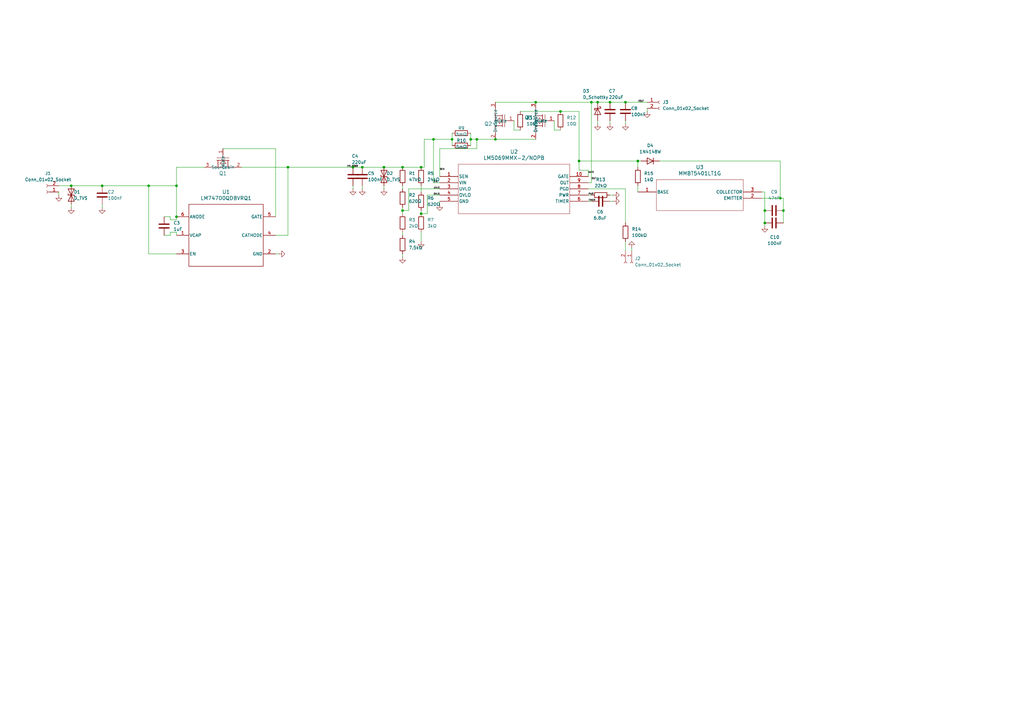
<source format=kicad_sch>
(kicad_sch (version 20250114) (generator "eeschema") (generator_version "9.0")
  (paper "A3")
  (title_block (title "Protection circuits") (date "2026-02-21") (rev "B") (comment 1 "Voltage rating checked"))
  (lib_symbols
    (symbol "Connector:Conn_01x02_Socket" (pin_names (offset 1.016) (hide yes))
      (property "Reference" "J" (at 0 2.54 0))
      (property "Value" "Conn_01x02_Socket" (at 0 -5.08 0))
      (symbol "Conn_01x02_Socket_1_1"
        (polyline (pts (xy -1.27 0) (xy -0.508 0)) (stroke (width 0.1524)))
        (polyline (pts (xy -1.27 -2.54) (xy -0.508 -2.54)) (stroke (width 0.1524)))
        (arc (start 0 -0.508) (mid -0.5058 0) (end 0 0.508) (stroke (width 0.1524)))
        (arc (start 0 -3.048) (mid -0.5058 -2.54) (end 0 -2.032) (stroke (width 0.1524)))
        (pin passive line (at -5.08 0 0) (length 3.81) (name "Pin_1") (number "1"))
        (pin passive line (at -5.08 -2.54 0) (length 3.81) (name "Pin_2") (number "2"))
      )
    )
    (symbol "Device:C" (pin_numbers (hide yes)) (pin_names (offset 0.254))
      (property "Reference" "C" (at 0.635 2.54 0))
      (property "Value" "C" (at 0.635 -2.54 0))
      (symbol "C_0_1"
        (polyline (pts (xy -2.032 0.762) (xy 2.032 0.762)) (stroke (width 0.508)))
        (polyline (pts (xy -2.032 -0.762) (xy 2.032 -0.762)) (stroke (width 0.508)))
      )
      (symbol "C_1_1"
        (pin passive line (at 0 3.81 270) (length 2.794) (name "~") (number "1"))
        (pin passive line (at 0 -3.81 90) (length 2.794) (name "~") (number "2"))
      )
    )
    (symbol "Device:D_Schottky" (pin_numbers (hide yes)) (pin_names (offset 1.016) (hide yes))
      (property "Reference" "D" (at 0 2.54 0))
      (property "Value" "D_Schottky" (at 0 -2.54 0))
      (symbol "D_Schottky_0_1"
        (polyline (pts (xy -1.905 0.635) (xy -1.905 1.27) (xy -1.27 1.27) (xy -1.27 -1.27) (xy -0.635 -1.27) (xy -0.635 -0.635)) (stroke (width 0.254)))
        (polyline (pts (xy 1.27 1.27) (xy 1.27 -1.27) (xy -1.27 0) (xy 1.27 1.27)) (stroke (width 0.254)))
        (polyline (pts (xy 1.27 0) (xy -1.27 0)))
      )
      (symbol "D_Schottky_1_1"
        (pin passive line (at -3.81 0 0) (length 2.54) (name "K") (number "1"))
        (pin passive line (at 3.81 0 180) (length 2.54) (name "A") (number "2"))
      )
    )
    (symbol "Device:D_TVS" (pin_numbers (hide yes)) (pin_names (offset 1.016) (hide yes))
      (property "Reference" "D" (at 0 2.54 0))
      (property "Value" "D_TVS" (at 0 -2.54 0))
      (symbol "D_TVS_0_1"
        (polyline (pts (xy -2.54 1.27) (xy -2.54 -1.27) (xy 2.54 1.27) (xy 2.54 -1.27) (xy -2.54 1.27)) (stroke (width 0.254)))
        (polyline (pts (xy 0.508 1.27) (xy 0 1.27) (xy 0 -1.27) (xy -0.508 -1.27)) (stroke (width 0.254)))
        (polyline (pts (xy 1.27 0) (xy -1.27 0)))
      )
      (symbol "D_TVS_1_1"
        (pin passive line (at -3.81 0 0) (length 2.54) (name "A1") (number "1"))
        (pin passive line (at 3.81 0 180) (length 2.54) (name "A2") (number "2"))
      )
    )
    (symbol "Device:R" (pin_numbers (hide yes)) (pin_names (offset 0))
      (property "Reference" "R" (at 2.032 0 90))
      (property "Value" "R" (at 0 0 90))
      (symbol "R_0_1"
        (rectangle (start -1.016 -2.54) (end 1.016 2.54) (stroke (width 0.254)))
      )
      (symbol "R_1_1"
        (pin passive line (at 0 3.81 270) (length 1.27) (name "~") (number "1"))
        (pin passive line (at 0 -3.81 90) (length 1.27) (name "~") (number "2"))
      )
    )
    (symbol "Diode:1N4148W" (pin_numbers (hide yes)) (pin_names (hide yes))
      (property "Reference" "D" (at 0 2.54 0))
      (property "Value" "1N4148W" (at 0 -2.54 0))
      (symbol "1N4148W_0_1"
        (polyline (pts (xy -1.27 1.27) (xy -1.27 -1.27)) (stroke (width 0.254)))
        (polyline (pts (xy 1.27 1.27) (xy 1.27 -1.27) (xy -1.27 0) (xy 1.27 1.27)) (stroke (width 0.254)))
        (polyline (pts (xy 1.27 0) (xy -1.27 0)))
      )
      (symbol "1N4148W_1_1"
        (pin passive line (at -3.81 0 0) (length 2.54) (name "K") (number "1"))
        (pin passive line (at 3.81 0 180) (length 2.54) (name "A") (number "2"))
      )
    )
    (symbol "Protection_Library:CSD19536KTT" (pin_names (offset 0.254))
      (property "Value" "CSD19536KTT" (at 0 0 0))
      (symbol "CSD19536KTT_1_1"
        (polyline (pts (xy -3.81 0) (xy -1.27 0)) (stroke (width 0.1524)))
        (polyline (pts (xy -1.27 0) (xy 0 0)) (stroke (width 0.1524)))
        (polyline (pts (xy 0 -2.54) (xy 0 2.54)) (stroke (width 0.1524)))
        (polyline (pts (xy 1.016 2.54) (xy 1.016 -2.54)) (stroke (width 0.1524)))
        (polyline (pts (xy 1.016 2.54) (xy 1.016 -2.54)) (stroke (width 0.1524)))
        (polyline (pts (xy 1.016 0) (xy 2.286 1.27)) (stroke (width 0.1524)))
        (polyline (pts (xy 1.016 -2.032) (xy 3.81 -2.032)) (stroke (width 0.1524)))
        (polyline (pts (xy 1.27 -2.032) (xy 3.556 -2.032)) (stroke (width 0.1524)))
        (polyline (pts (xy 2.286 1.27) (xy 2.286 -1.27)) (stroke (width 0.1524)))
        (polyline (pts (xy 2.286 0) (xy 3.81 0)) (stroke (width 0.1524)))
        (polyline (pts (xy 2.286 -1.27) (xy 1.016 0)) (stroke (width 0.1524)))
        (polyline (pts (xy 2.794 0) (xy 3.81 0)) (stroke (width 0.1524)))
        (polyline (pts (xy 3.81 7.62) (xy 3.81 5.08)) (stroke (width 0.1524)))
        (polyline (pts (xy 3.81 5.08) (xy 3.81 2.54)) (stroke (width 0.1524)))
        (polyline (pts (xy 3.81 2.54) (xy 3.81 2.032)) (stroke (width 0.1524)))
        (polyline (pts (xy 3.81 2.54) (xy 3.81 2.032)) (stroke (width 0.1524)))
        (polyline (pts (xy 3.81 2.032) (xy 1.016 2.032)) (stroke (width 0.1524)))
        (polyline (pts (xy 3.81 2.032) (xy 1.27 2.032)) (stroke (width 0.1524)))
        (polyline (pts (xy 3.81 0) (xy 3.81 -2.54)) (stroke (width 0.1524)))
        (polyline (pts (xy 3.81 0) (xy 3.81 -2.54)) (stroke (width 0.1524)))
        (polyline (pts (xy 3.81 -2.54) (xy 3.81 -5.08)) (stroke (width 0.1524)))
        (polyline (pts (xy 3.81 -7.62) (xy 3.81 -5.08)) (stroke (width 0.1524)))
        (pin unspecified line (at -3.81 0 0) (length 2.54) (name "Gate") (number "1"))
        (pin unspecified line (at 3.81 7.62 270) (length 2.54) (name "Drain") (number "2"))
        (pin unspecified line (at 3.81 -7.62 90) (length 2.54) (name "Source") (number "3"))
      )
    )
    (symbol "Protection_Library:LM5069MM-1_NOPB" (pin_names (offset 0.254))
      (property "Value" "LM5069MM-1/NOPB" (at 30.48 7.62 0))
      (symbol "LM5069MM-1_NOPB_0_1"
        (polyline (pts (xy 7.62 5.08) (xy 7.62 -15.24)) (stroke (width 0.127)))
        (polyline (pts (xy 7.62 -15.24) (xy 53.34 -15.24)) (stroke (width 0.127)))
        (polyline (pts (xy 53.34 5.08) (xy 7.62 5.08)) (stroke (width 0.127)))
        (polyline (pts (xy 53.34 -15.24) (xy 53.34 5.08)) (stroke (width 0.127)))
        (pin input line (at 0 0 0) (length 7.62) (name "SEN") (number "1"))
        (pin power_in line (at 0 -2.54 0) (length 7.62) (name "VIN") (number "2"))
        (pin input line (at 0 -5.08 0) (length 7.62) (name "UVLO") (number "3"))
        (pin input line (at 0 -7.62 0) (length 7.62) (name "OVLO") (number "4"))
        (pin power_in line (at 0 -10.16 0) (length 7.62) (name "GND") (number "5"))
        (pin output line (at 60.96 0 180) (length 7.62) (name "GATE") (number "10"))
        (pin output line (at 60.96 -2.54 180) (length 7.62) (name "OUT") (number "9"))
        (pin unspecified line (at 60.96 -5.08 180) (length 7.62) (name "PGD") (number "8"))
        (pin input line (at 60.96 -7.62 180) (length 7.62) (name "PWR") (number "7"))
        (pin input line (at 60.96 -10.16 180) (length 7.62) (name "TIMER") (number "6"))
      )
    )
    (symbol "Protection_Library:LM74700QDBVRQ1" (pin_names (offset 0.254))
      (property "Reference" "U" (at 0 2.54 0))
      (property "Value" "LM74700QDBVRQ1" (at 0 0 0))
      (symbol "LM74700QDBVRQ1_0_1"
        (polyline (pts (xy -15.24 12.7) (xy -15.24 -12.7)) (stroke (width 0.2032)))
        (polyline (pts (xy -15.24 -12.7) (xy 15.24 -12.7)) (stroke (width 0.2032)))
        (polyline (pts (xy 15.24 12.7) (xy -15.24 12.7)) (stroke (width 0.2032)))
        (polyline (pts (xy 15.24 -12.7) (xy 15.24 12.7)) (stroke (width 0.2032)))
        (pin input line (at -20.32 7.62 0) (length 5.08) (name "ANODE") (number "6"))
        (pin power_in line (at -20.32 0 0) (length 5.08) (name "VCAP") (number "1"))
        (pin input line (at -20.32 -7.62 0) (length 5.08) (name "EN") (number "3"))
        (pin output line (at 20.32 7.62 180) (length 5.08) (name "GATE") (number "5"))
        (pin power_in line (at 20.32 0 180) (length 5.08) (name "CATHODE") (number "4"))
        (pin unspecified line (at 20.32 -7.62 180) (length 5.08) (name "GND") (number "2"))
      )
    )
    (symbol "Protection_Library:MMBT5401LT1G" (pin_names (offset 0.254))
      (property "Reference" "U" (at 25.4 10.16 0))
      (property "Value" "MMBT5401LT1G" (at 25.4 7.62 0))
      (symbol "MMBT5401LT1G_0_1"
        (polyline (pts (xy 7.62 5.08) (xy 7.62 -7.62)) (stroke (width 0.127)))
        (polyline (pts (xy 7.62 -7.62) (xy 43.18 -7.62)) (stroke (width 0.127)))
        (polyline (pts (xy 43.18 5.08) (xy 7.62 5.08)) (stroke (width 0.127)))
        (polyline (pts (xy 43.18 -7.62) (xy 43.18 5.08)) (stroke (width 0.127)))
        (pin unspecified line (at 0 0 0) (length 7.62) (name "BASE") (number "1"))
        (pin unspecified line (at 50.8 0 180) (length 7.62) (name "COLLECTOR") (number "3"))
        (pin unspecified line (at 50.8 -2.54 180) (length 7.62) (name "EMITTER") (number "2"))
      )
    )
    (symbol "power:GND" (power) (pin_numbers (hide yes)) (pin_names (offset 0) (hide yes))
      (property "Value" "GND" (at 0 -3.81 0))
      (symbol "GND_0_1"
        (polyline (pts (xy 0 0) (xy 0 -1.27) (xy 1.27 -1.27) (xy 0 -2.54) (xy -1.27 -1.27) (xy 0 -1.27)))
      )
      (symbol "GND_1_1"
        (pin power_in line (at 0 0 270) (length 0) (name "~") (number "1"))
      )
    )
  )
  (junction (at 72.39 88.9))
  (junction (at 229.87 45.72))
  (junction (at 237.49 66.04))
  (junction (at 148.59 68.58))
  (junction (at 172.72 68.58))
  (junction (at 165.1 68.58))
  (junction (at 144.78 68.58))
  (junction (at 172.72 87.63))
  (junction (at 29.21 76.2))
  (junction (at 320.04 81.28))
  (junction (at 193.04 57.15))
  (junction (at 219.71 41.91))
  (junction (at 203.2 57.15))
  (junction (at 177.8 57.15))
  (junction (at 313.69 86.36))
  (junction (at 313.69 91.44))
  (junction (at 256.54 41.91))
  (junction (at 245.11 41.91))
  (junction (at 250.19 41.91))
  (junction (at 242.57 41.91))
  (junction (at 118.11 68.58))
  (junction (at 261.62 66.04))
  (junction (at 185.42 57.15))
  (junction (at 41.91 76.2))
  (junction (at 72.39 76.2))
  (junction (at 195.58 57.15))
  (junction (at 321.31 86.36))
  (junction (at 165.1 86.36))
  (junction (at 60.96 76.2))
  (junction (at 157.48 68.58))
  (wire (pts (xy 242.57 41.91) (xy 242.57 74.93)))
  (wire (pts (xy 24.13 76.2) (xy 29.21 76.2)))
  (wire (pts (xy 261.62 66.04) (xy 262.89 66.04)))
  (wire (pts (xy 60.96 104.14) (xy 72.39 104.14)))
  (wire (pts (xy 237.49 45.72) (xy 237.49 66.04)))
  (wire (pts (xy 229.87 45.72) (xy 237.49 45.72)))
  (wire (pts (xy 172.72 68.58) (xy 173.99 68.58)))
  (wire (pts (xy 265.43 44.45) (xy 265.43 45.72)))
  (wire (pts (xy 41.91 83.82) (xy 41.91 85.09)))
  (wire (pts (xy 320.04 66.04) (xy 320.04 81.28)))
  (wire (pts (xy 175.26 80.01) (xy 175.26 87.63)))
  (wire (pts (xy 245.11 49.53) (xy 245.11 50.8)))
  (wire (pts (xy 72.39 68.58) (xy 83.82 68.58)))
  (wire (pts (xy 185.42 57.15) (xy 185.42 59.69)))
  (wire (pts (xy 237.49 69.85) (xy 241.3 69.85)))
  (wire (pts (xy 113.03 104.14) (xy 114.3 104.14)))
  (wire (pts (xy 144.78 68.58) (xy 148.59 68.58)))
  (wire (pts (xy 185.42 54.61) (xy 185.42 57.15)))
  (wire (pts (xy 113.03 60.96) (xy 113.03 88.9)))
  (wire (pts (xy 320.04 81.28) (xy 321.31 81.28)))
  (wire (pts (xy 173.99 68.58) (xy 173.99 57.15)))
  (wire (pts (xy 29.21 76.2) (xy 41.91 76.2)))
  (wire (pts (xy 241.3 74.93) (xy 242.57 74.93)))
  (wire (pts (xy 227.33 53.34) (xy 229.87 53.34)))
  (wire (pts (xy 118.11 68.58) (xy 144.78 68.58)))
  (wire (pts (xy 213.36 45.72) (xy 229.87 45.72)))
  (wire (pts (xy 219.71 41.91) (xy 242.57 41.91)))
  (wire (pts (xy 180.34 80.01) (xy 175.26 80.01)))
  (wire (pts (xy 165.1 104.14) (xy 165.1 105.41)))
  (wire (pts (xy 165.1 76.2) (xy 165.1 77.47)))
  (wire (pts (xy 195.58 60.96) (xy 195.58 57.15)))
  (wire (pts (xy 242.57 41.91) (xy 245.11 41.91)))
  (wire (pts (xy 67.31 96.52) (xy 69.85 96.52)))
  (wire (pts (xy 180.34 72.39) (xy 180.34 60.96)))
  (wire (pts (xy 180.34 74.93) (xy 177.8 74.93)))
  (wire (pts (xy 256.54 49.53) (xy 256.54 50.8)))
  (wire (pts (xy 69.85 95.25) (xy 72.39 95.25)))
  (wire (pts (xy 172.72 95.25) (xy 172.72 99.06)))
  (wire (pts (xy 72.39 76.2) (xy 72.39 88.9)))
  (wire (pts (xy 250.19 41.91) (xy 256.54 41.91)))
  (wire (pts (xy 69.85 88.9) (xy 69.85 90.17)))
  (wire (pts (xy 177.8 57.15) (xy 177.8 74.93)))
  (wire (pts (xy 241.3 80.01) (xy 242.57 80.01)))
  (wire (pts (xy 320.04 81.28) (xy 312.42 81.28)))
  (wire (pts (xy 210.82 49.53) (xy 210.82 53.34)))
  (wire (pts (xy 69.85 96.52) (xy 69.85 95.25)))
  (wire (pts (xy 41.91 76.2) (xy 60.96 76.2)))
  (wire (pts (xy 67.31 88.9) (xy 69.85 88.9)))
  (wire (pts (xy 245.11 41.91) (xy 250.19 41.91)))
  (wire (pts (xy 256.54 77.47) (xy 256.54 91.44)))
  (wire (pts (xy 157.48 68.58) (xy 165.1 68.58)))
  (wire (pts (xy 24.13 78.74) (xy 24.13 80.01)))
  (wire (pts (xy 193.04 57.15) (xy 193.04 59.69)))
  (wire (pts (xy 180.34 82.55) (xy 180.34 83.82)))
  (wire (pts (xy 172.72 76.2) (xy 172.72 78.74)))
  (wire (pts (xy 256.54 41.91) (xy 265.43 41.91)))
  (wire (pts (xy 173.99 57.15) (xy 177.8 57.15)))
  (wire (pts (xy 177.8 57.15) (xy 185.42 57.15)))
  (wire (pts (xy 250.19 49.53) (xy 250.19 50.8)))
  (wire (pts (xy 270.51 66.04) (xy 320.04 66.04)))
  (wire (pts (xy 261.62 76.2) (xy 261.62 78.74)))
  (wire (pts (xy 72.39 95.25) (xy 72.39 96.52)))
  (wire (pts (xy 72.39 76.2) (xy 72.39 68.58)))
  (wire (pts (xy 256.54 99.06) (xy 256.54 102.87)))
  (wire (pts (xy 144.78 76.2) (xy 144.78 77.47)))
  (wire (pts (xy 148.59 68.58) (xy 157.48 68.58)))
  (wire (pts (xy 60.96 76.2) (xy 72.39 76.2)))
  (wire (pts (xy 165.1 86.36) (xy 165.1 85.09)))
  (wire (pts (xy 237.49 66.04) (xy 237.49 69.85)))
  (wire (pts (xy 227.33 49.53) (xy 227.33 53.34)))
  (wire (pts (xy 313.69 78.74) (xy 312.42 78.74)))
  (wire (pts (xy 60.96 76.2) (xy 60.96 104.14)))
  (wire (pts (xy 203.2 57.15) (xy 219.71 57.15)))
  (wire (pts (xy 241.3 77.47) (xy 256.54 77.47)))
  (wire (pts (xy 180.34 77.47) (xy 167.64 77.47)))
  (wire (pts (xy 313.69 91.44) (xy 313.69 92.71)))
  (wire (pts (xy 157.48 76.2) (xy 157.48 77.47)))
  (wire (pts (xy 148.59 76.2) (xy 148.59 77.47)))
  (wire (pts (xy 113.03 96.52) (xy 118.11 96.52)))
  (wire (pts (xy 193.04 57.15) (xy 195.58 57.15)))
  (wire (pts (xy 180.34 60.96) (xy 195.58 60.96)))
  (wire (pts (xy 193.04 54.61) (xy 193.04 57.15)))
  (wire (pts (xy 69.85 90.17) (xy 72.39 90.17)))
  (wire (pts (xy 172.72 86.36) (xy 172.72 87.63)))
  (wire (pts (xy 241.3 82.55) (xy 242.57 82.55)))
  (wire (pts (xy 167.64 77.47) (xy 167.64 86.36)))
  (wire (pts (xy 210.82 53.34) (xy 213.36 53.34)))
  (wire (pts (xy 259.08 102.87) (xy 259.08 101.6)))
  (wire (pts (xy 167.64 86.36) (xy 165.1 86.36)))
  (wire (pts (xy 203.2 41.91) (xy 219.71 41.91)))
  (wire (pts (xy 91.44 60.96) (xy 113.03 60.96)))
  (wire (pts (xy 250.19 80.01) (xy 251.46 80.01)))
  (wire (pts (xy 165.1 95.25) (xy 165.1 96.52)))
  (wire (pts (xy 313.69 86.36) (xy 313.69 91.44)))
  (wire (pts (xy 241.3 69.85) (xy 241.3 72.39)))
  (wire (pts (xy 118.11 68.58) (xy 118.11 96.52)))
  (wire (pts (xy 165.1 86.36) (xy 165.1 87.63)))
  (wire (pts (xy 313.69 86.36) (xy 313.69 78.74)))
  (wire (pts (xy 321.31 81.28) (xy 321.31 86.36)))
  (wire (pts (xy 261.62 66.04) (xy 261.62 68.58)))
  (wire (pts (xy 99.06 68.58) (xy 118.11 68.58)))
  (wire (pts (xy 195.58 57.15) (xy 203.2 57.15)))
  (wire (pts (xy 29.21 83.82) (xy 29.21 85.09)))
  (wire (pts (xy 72.39 88.9) (xy 72.39 90.17)))
  (wire (pts (xy 175.26 87.63) (xy 172.72 87.63)))
  (wire (pts (xy 165.1 68.58) (xy 172.72 68.58)))
  (wire (pts (xy 321.31 86.36) (xy 321.31 91.44)))
  (wire (pts (xy 237.49 66.04) (xy 261.62 66.04)))
  (wire (pts (xy 250.19 82.55) (xy 251.46 82.55)))
  (label "VIN_5069" (at 142.24 68.58 0) (effects (font (size 0.635 0.635))))
  (label "TIMER" (at 241.3 82.55 0) (effects (font (size 0.635 0.635))))
  (label "VIN" (at 177.8 74.93 0) (effects (font (size 0.635 0.635))))
  (label "PWR" (at 241.3 80.01 0) (effects (font (size 0.635 0.635))))
  (label "SEN" (at 180.34 69.85 0) (effects (font (size 0.635 0.635))))
  (label "VOUT" (at 261.62 41.91 0) (effects (font (size 0.635 0.635))))
  (label "UVLO" (at 177.8 77.47 0) (effects (font (size 0.635 0.635))))
  (label "GATE" (at 241.3 71.12 0) (effects (font (size 0.635 0.635))))
  (label "OVLO" (at 177.8 80.01 0) (effects (font (size 0.635 0.635))))
  (label "OUT" (at 242.57 73.66 0) (effects (font (size 0.635 0.635))))
  (symbol (lib_id "Device:R") (at 246.38 80.01 90) (unit 1)
    (property "Reference" "R13" (at 246.38 73.66 90))
    (property "Value" "22kΩ" (at 246.38 76.2 90))
    (property "Footprint" "Resistor_SMD:R_0603_1608Metric" (effects (hide yes)))
    (property "Description" "Resistor" (effects (hide yes)))
    (property "JPCPCB part number" "C31850" (effects (hide yes)))
  )
  (symbol (lib_id "Device:C") (at 67.31 92.71 0) (unit 1)
    (property "Reference" "C3" (at 71.12 91.4399 0) (effects (justify left)))
    (property "Value" "1uF" (at 71.12 93.9799 0) (effects (justify left)))
    (property "Footprint" "Capacitor_SMD:C_0805_2012Metric" (effects (hide yes)))
    (property "Description" "Unpolarized capacitor" (effects (hide yes)))
    (property "JPCPCB part number" "C28323" (effects (hide yes)))
  )
  (symbol (lib_id "power:GND") (at 114.3 104.14 90) (unit 1)
    (property "Reference" "#PWR05" (effects (hide yes)))
    (property "Value" "GND" (effects (hide yes)))
    (property "Description" "Power symbol creates a global label with name \"GND\" , ground" (effects (hide yes)))
  )
  (symbol (lib_id "power:GND") (at 313.69 92.71 0) (unit 1)
    (property "Reference" "#PWR019" (effects (hide yes)))
    (property "Value" "GND" (effects (hide yes)))
    (property "Description" "Power symbol creates a global label with name \"GND\" , ground" (effects (hide yes)))
  )
  (symbol (lib_id "power:GND") (at 256.54 50.8 0) (unit 1)
    (property "Reference" "#PWR016" (effects (hide yes)))
    (property "Value" "GND" (effects (hide yes)))
    (property "Description" "Power symbol creates a global label with name \"GND\" , ground" (effects (hide yes)))
  )
  (symbol (lib_id "Device:C") (at 256.54 45.72 0) (unit 1)
    (property "Reference" "C8" (at 258.826 44.45 0) (effects (justify left)))
    (property "Value" "100nF" (at 258.826 46.99 0) (effects (justify left)))
    (property "Footprint" "Capacitor_SMD:C_0603_1608Metric" (effects (hide yes)))
    (property "Description" "Unpolarized capacitor" (effects (hide yes)))
    (property "JPCPCB part number" "C14663" (effects (hide yes)))
  )
  (symbol (lib_id "Device:R") (at 213.36 49.53 180) (unit 1)
    (property "Reference" "R11" (at 215.9 48.2599 0) (effects (justify right)))
    (property "Value" "10Ω" (at 215.9 50.7999 0) (effects (justify right)))
    (property "Footprint" "Resistor_SMD:R_0603_1608Metric" (effects (hide yes)))
    (property "Description" "Resistor" (effects (hide yes)))
    (property "JPCPCB part number" "C22859" (effects (hide yes)))
  )
  (symbol (lib_id "Device:D_Schottky") (at 245.11 45.72 270) (unit 1)
    (property "Reference" "D3" (at 239.014 37.338 90) (effects (justify left)))
    (property "Value" "D_Schottky" (at 239.014 39.878 90) (effects (justify left)))
    (property "Footprint" "Diode_SMD:D_SMC" (effects (hide yes)))
    (property "Description" "Schottky diode" (effects (hide yes)))
    (property "JPCPCB part number" "C134457" (effects (hide yes)))
  )
  (symbol (lib_id "Device:R") (at 165.1 81.28 0) (unit 1)
    (property "Reference" "R2" (at 167.64 80.0099 0) (effects (justify left)))
    (property "Value" "620Ω" (at 167.64 82.5499 0) (effects (justify left)))
    (property "Footprint" "Resistor_SMD:R_0603_1608Metric" (effects (hide yes)))
    (property "Description" "Resistor" (effects (hide yes)))
    (property "JPCPCB part number" "C23220" (effects (hide yes)))
  )
  (symbol (lib_id "Device:C") (at 144.78 72.39 0) (unit 1)
    (property "Reference" "C4" (at 144.272 64.008 0) (effects (justify left)))
    (property "Value" "220uF" (at 144.272 66.548 0) (effects (justify left)))
    (property "Footprint" "Capacitor_THT:CP_Radial_D10.0mm_P5.00mm" (effects (hide yes)))
    (property "Description" "Unpolarized capacitor" (effects (hide yes)))
    (property "JPCPCB part number" "C106670" (effects (hide yes)))
  )
  (symbol (lib_id "power:GND") (at 24.13 80.01 0) (unit 1)
    (property "Reference" "#PWR01" (effects (hide yes)))
    (property "Value" "GND" (effects (hide yes)))
    (property "Description" "Power symbol creates a global label with name \"GND\" , ground" (effects (hide yes)))
  )
  (symbol (lib_id "Protection_Library:LM5069MM-1_NOPB") (at 180.34 72.39 0) (unit 1)
    (property "Reference" "U2" (at 210.82 62.23 0) (effects (font (size 1.524 1.524))))
    (property "Value" "LM5069MMX-2/NOPB" (at 210.82 64.77 0) (effects (font (size 1.524 1.524))))
    (property "Footprint" "MUB10A" (effects (hide yes)))
    (property "Datasheet" "https://www.ti.com/lit/gpn/lm5069" (effects (hide yes)))
    (property "JPCPCB part number" "C2653582" (effects (hide yes)))
  )
  (symbol (lib_id "Protection_Library:MMBT5401LT1G") (at 261.62 78.74 0) (unit 1)
    (property "Reference" "U3" (at 287.02 68.58 0) (effects (font (size 1.524 1.524))))
    (property "Value" "MMBT5401LT1G" (at 287.02 71.12 0) (effects (font (size 1.524 1.524))))
    (property "Footprint" "SOT-23-3_1P4X3P040_ONS" (effects (hide yes)))
    (property "Datasheet" "MMBT5401LT1G" (effects (hide yes)))
    (property "JPCPCB part number" "C21488" (effects (hide yes)))
  )
  (symbol (lib_id "Device:C") (at 41.91 80.01 0) (unit 1)
    (property "Reference" "C2" (at 44.196 78.74 0) (effects (justify left)))
    (property "Value" "100nF" (at 44.196 81.28 0) (effects (justify left)))
    (property "Footprint" "Capacitor_SMD:C_0603_1608Metric" (effects (hide yes)))
    (property "Description" "Unpolarized capacitor" (effects (hide yes)))
    (property "JPCPCB part number" "C14663" (effects (hide yes)))
  )
  (symbol (lib_id "Device:R") (at 261.62 72.39 0) (unit 1)
    (property "Reference" "R15" (at 264.16 71.1199 0) (effects (justify left)))
    (property "Value" "1kΩ" (at 264.16 73.6599 0) (effects (justify left)))
    (property "Footprint" "Resistor_SMD:R_0603_1608Metric" (effects (hide yes)))
    (property "Description" "Resistor" (effects (hide yes)))
    (property "JPCPCB part number" "C21190" (effects (hide yes)))
  )
  (symbol (lib_id "Device:R") (at 189.23 59.69 90) (unit 1)
    (property "Reference" "R10" (at 189.23 57.658 90))
    (property "Value" "5mΩ" (at 189.23 60.198 90))
    (property "Footprint" "Resistor_SMD:R_2512_6332Metric" (effects (hide yes)))
    (property "Description" "Resistor" (effects (hide yes)))
    (property "JPCPCB part number" "C108931" (effects (hide yes)))
  )
  (symbol (lib_id "Device:R") (at 165.1 91.44 0) (unit 1)
    (property "Reference" "R3" (at 167.64 90.1699 0) (effects (justify left)))
    (property "Value" "2kΩ" (at 167.64 92.7099 0) (effects (justify left)))
    (property "Footprint" "Resistor_SMD:R_0603_1608Metric" (effects (hide yes)))
    (property "Description" "Resistor" (effects (hide yes)))
    (property "JPCPCB part number" "C22975" (effects (hide yes)))
  )
  (symbol (lib_id "power:GND") (at 157.48 77.47 0) (unit 1)
    (property "Reference" "#PWR08" (effects (hide yes)))
    (property "Value" "GND" (effects (hide yes)))
    (property "Description" "Power symbol creates a global label with name \"GND\" , ground" (effects (hide yes)))
  )
  (symbol (lib_id "power:GND") (at 41.91 85.09 0) (unit 1)
    (property "Reference" "#PWR04" (effects (hide yes)))
    (property "Value" "GND" (effects (hide yes)))
    (property "Description" "Power symbol creates a global label with name \"GND\" , ground" (effects (hide yes)))
  )
  (symbol (lib_id "Device:C") (at 317.5 91.44 90) (unit 1)
    (property "Reference" "C10" (at 317.754 97.282 90))
    (property "Value" "100nF" (at 317.754 99.822 90))
    (property "Footprint" "Capacitor_SMD:C_0603_1608Metric" (effects (hide yes)))
    (property "Description" "Unpolarized capacitor" (effects (hide yes)))
    (property "JPCPCB part number" "C14663" (effects (hide yes)))
  )
  (symbol (lib_id "power:GND") (at 144.78 77.47 0) (unit 1)
    (property "Reference" "#PWR06" (effects (hide yes)))
    (property "Value" "GND" (effects (hide yes)))
    (property "Description" "Power symbol creates a global label with name \"GND\" , ground" (effects (hide yes)))
  )
  (symbol (lib_id "Device:R") (at 229.87 49.53 180) (unit 1)
    (property "Reference" "R12" (at 232.41 48.2599 0) (effects (justify right)))
    (property "Value" "10Ω" (at 232.41 50.7999 0) (effects (justify right)))
    (property "Footprint" "Resistor_SMD:R_0603_1608Metric" (effects (hide yes)))
    (property "Description" "Resistor" (effects (hide yes)))
    (property "JPCPCB part number" "C22859" (effects (hide yes)))
  )
  (symbol (lib_id "Connector:Conn_01x02_Socket") (at 259.08 107.95 270) (unit 1)
    (property "Reference" "J2" (at 260.35 106.0449 90) (effects (justify left)))
    (property "Value" "Conn_01x02_Socket" (at 260.35 108.5849 90) (effects (justify left)))
    (property "Footprint" "Connector_PinHeader_2.54mm:PinHeader_1x02_P2.54mm_Vertical" (effects (hide yes)))
    (property "Description" "Generic connector, single row, 01x02, script generated" (effects (hide yes)))
  )
  (symbol (lib_id "Protection_Library:CSD19536KTT") (at 223.52 49.53 180) (unit 1)
    (property "Reference" "Q3" (at 218.44 48.2599 0) (effects (font (size 1.524 1.524)) (justify left)))
    (property "Value" "CSD19536KTT" (effects (hide yes)))
    (property "Footprint" "KTT0002A" (effects (hide yes)))
    (property "Datasheet" "https://www.ti.com/lit/gpn/csd19536ktt" (effects (hide yes)))
    (property "JPCPCB part number" "C2687963" (effects (hide yes)))
  )
  (symbol (lib_id "power:GND") (at 148.59 77.47 0) (unit 1)
    (property "Reference" "#PWR07" (effects (hide yes)))
    (property "Value" "GND" (effects (hide yes)))
    (property "Description" "Power symbol creates a global label with name \"GND\" , ground" (effects (hide yes)))
  )
  (symbol (lib_id "Device:D_TVS") (at 29.21 80.01 270) (unit 1)
    (property "Reference" "D1" (at 30.226 78.74 90) (effects (justify left)))
    (property "Value" "D_TVS" (at 30.226 81.28 90) (effects (justify left)))
    (property "Footprint" "Diode_SMD:D_SMB" (effects (hide yes)))
    (property "Description" "Bidirectional transient-voltage-suppression diode" (effects (hide yes)))
    (property "JPCPCB part number" "C19077586" (effects (hide yes)))
  )
  (symbol (lib_id "Device:R") (at 189.23 54.61 90) (unit 1)
    (property "Reference" "R9" (at 189.23 52.578 90))
    (property "Value" "5mΩ" (at 189.23 55.118 90))
    (property "Footprint" "Resistor_SMD:R_2512_6332Metric" (effects (hide yes)))
    (property "Description" "Resistor" (effects (hide yes)))
    (property "JPCPCB part number" "C108931" (effects (hide yes)))
  )
  (symbol (lib_id "Device:C") (at 148.59 72.39 0) (unit 1)
    (property "Reference" "C5" (at 150.876 71.12 0) (effects (justify left)))
    (property "Value" "100nF" (at 150.876 73.66 0) (effects (justify left)))
    (property "Footprint" "Capacitor_SMD:C_0603_1608Metric" (effects (hide yes)))
    (property "Description" "Unpolarized capacitor" (effects (hide yes)))
    (property "JPCPCB part number" "C14663" (effects (hide yes)))
  )
  (symbol (lib_id "power:GND") (at 165.1 105.41 0) (unit 1)
    (property "Reference" "#PWR09" (effects (hide yes)))
    (property "Value" "GND" (effects (hide yes)))
    (property "Description" "Power symbol creates a global label with name \"GND\" , ground" (effects (hide yes)))
  )
  (symbol (lib_id "Device:D_TVS") (at 157.48 72.39 270) (unit 1)
    (property "Reference" "D2" (at 158.496 71.12 90) (effects (justify left)))
    (property "Value" "D_TVS" (at 158.496 73.66 90) (effects (justify left)))
    (property "Footprint" "Diode_SMD:D_SMB" (effects (hide yes)))
    (property "Description" "Bidirectional transient-voltage-suppression diode" (effects (hide yes)))
    (property "JPCPCB part number" "C19077586" (effects (hide yes)))
  )
  (symbol (lib_id "Connector:Conn_01x02_Socket") (at 270.51 41.91 0) (unit 1)
    (property "Reference" "J3" (at 271.78 41.9099 0) (effects (justify left)))
    (property "Value" "Conn_01x02_Socket" (at 271.78 44.4499 0) (effects (justify left)))
    (property "Footprint" "TerminalBlock:TerminalBlock_MaiXu_MX126-5.0-02P_1x02_P5.00mm" (effects (hide yes)))
    (property "Description" "Generic connector, single row, 01x02, script generated" (effects (hide yes)))
  )
  (symbol (lib_id "Device:R") (at 256.54 95.25 0) (unit 1)
    (property "Reference" "R14" (at 259.08 93.9799 0) (effects (justify left)))
    (property "Value" "100kΩ" (at 259.08 96.5199 0) (effects (justify left)))
    (property "Footprint" "Resistor_SMD:R_0603_1608Metric" (effects (hide yes)))
    (property "Description" "Resistor" (effects (hide yes)))
    (property "JPCPCB part number" "C25803" (effects (hide yes)))
  )
  (symbol (lib_id "Device:C") (at 317.5 86.36 90) (unit 1)
    (property "Reference" "C9" (at 317.5 78.74 90))
    (property "Value" "47nF" (at 317.5 81.28 90))
    (property "Footprint" "Capacitor_SMD:C_0603_1608Metric" (effects (hide yes)))
    (property "Description" "Unpolarized capacitor" (effects (hide yes)))
    (property "JPCPCB part number" "C1622" (effects (hide yes)))
  )
  (symbol (lib_id "Device:R") (at 165.1 72.39 0) (unit 1)
    (property "Reference" "R1" (at 167.64 71.1199 0) (effects (justify left)))
    (property "Value" "47kΩ" (at 167.64 73.6599 0) (effects (justify left)))
    (property "Footprint" "Resistor_SMD:R_0603_1608Metric" (effects (hide yes)))
    (property "Description" "Resistor" (effects (hide yes)))
    (property "JPCPCB part number" "C25819" (effects (hide yes)))
  )
  (symbol (lib_id "Connector:Conn_01x02_Socket") (at 19.05 78.74 180) (unit 1)
    (property "Reference" "J1" (at 19.685 71.12 0))
    (property "Value" "Conn_01x02_Socket" (at 19.685 73.66 0))
    (property "Footprint" "TerminalBlock:TerminalBlock_MaiXu_MX126-5.0-02P_1x02_P5.00mm" (effects (hide yes)))
    (property "Description" "Generic connector, single row, 01x02, script generated" (effects (hide yes)))
  )
  (symbol (lib_id "Device:R") (at 165.1 100.33 0) (unit 1)
    (property "Reference" "R4" (at 167.64 99.0599 0) (effects (justify left)))
    (property "Value" "7.5kΩ" (at 167.64 101.5999 0) (effects (justify left)))
    (property "Footprint" "Resistor_SMD:R_0603_1608Metric" (effects (hide yes)))
    (property "Description" "Resistor" (effects (hide yes)))
    (property "JPCPCB part number" "C23234" (effects (hide yes)))
  )
  (symbol (lib_id "Device:R") (at 172.72 91.44 0) (unit 1)
    (property "Reference" "R7" (at 175.26 90.1699 0) (effects (justify left)))
    (property "Value" "3kΩ" (at 175.26 92.7099 0) (effects (justify left)))
    (property "Footprint" "Resistor_SMD:R_0603_1608Metric" (effects (hide yes)))
    (property "Description" "Resistor" (effects (hide yes)))
    (property "JPCPCB part number" "C4211" (effects (hide yes)))
  )
  (symbol (lib_id "Protection_Library:CSD19536KTT") (at 207.01 49.53 180) (unit 1)
    (property "Reference" "Q2" (at 201.93 50.8001 0) (effects (font (size 1.524 1.524)) (justify left)))
    (property "Value" "CSD19536KTT" (effects (hide yes)))
    (property "Footprint" "KTT0002A" (effects (hide yes)))
    (property "Datasheet" "https://www.ti.com/lit/gpn/csd19536ktt" (effects (hide yes)))
    (property "JPCPCB part number" "C2687963" (effects (hide yes)))
  )
  (symbol (lib_id "power:GND") (at 251.46 80.01 90) (unit 1)
    (property "Reference" "#PWR014" (effects (hide yes)))
    (property "Value" "GND" (effects (hide yes)))
    (property "Description" "Power symbol creates a global label with name \"GND\" , ground" (effects (hide yes)))
  )
  (symbol (lib_id "power:GND") (at 29.21 85.09 0) (unit 1)
    (property "Reference" "#PWR02" (effects (hide yes)))
    (property "Value" "GND" (effects (hide yes)))
    (property "Description" "Power symbol creates a global label with name \"GND\" , ground" (effects (hide yes)))
  )
  (symbol (lib_id "power:GND") (at 245.11 50.8 0) (unit 1)
    (property "Reference" "#PWR012" (effects (hide yes)))
    (property "Value" "GND" (effects (hide yes)))
    (property "Description" "Power symbol creates a global label with name \"GND\" , ground" (effects (hide yes)))
  )
  (symbol (lib_id "power:GND") (at 251.46 82.55 90) (unit 1)
    (property "Reference" "#PWR015" (effects (hide yes)))
    (property "Value" "GND" (effects (hide yes)))
    (property "Description" "Power symbol creates a global label with name \"GND\" , ground" (effects (hide yes)))
  )
  (symbol (lib_id "Device:C") (at 246.38 82.55 90) (unit 1)
    (property "Reference" "C6" (at 246.126 86.868 90))
    (property "Value" "6.8uF" (at 246.126 89.408 90))
    (property "Footprint" "Capacitor_SMD:C_0603_1608Metric" (effects (hide yes)))
    (property "Description" "Unpolarized capacitor" (effects (hide yes)))
    (property "JPCPCB part number" "C338096" (effects (hide yes)))
  )
  (symbol (lib_id "power:GND") (at 172.72 99.06 0) (unit 1)
    (property "Reference" "#PWR010" (effects (hide yes)))
    (property "Value" "GND" (effects (hide yes)))
    (property "Description" "Power symbol creates a global label with name \"GND\" , ground" (effects (hide yes)))
  )
  (symbol (lib_id "Protection_Library:CSD19536KTT") (at 91.44 64.77 270) (unit 1)
    (property "Reference" "Q1" (at 91.44 71.12 90) (effects (font (size 1.524 1.524))))
    (property "Value" "CSD19536KTT" (effects (hide yes)))
    (property "Footprint" "KTT0002A" (effects (hide yes)))
    (property "Datasheet" "https://www.ti.com/lit/gpn/csd19536ktt" (effects (hide yes)))
    (property "JPCPCB part number" "C2687963" (effects (hide yes)))
  )
  (symbol (lib_id "power:GND") (at 180.34 83.82 0) (unit 1)
    (property "Reference" "#PWR011" (effects (hide yes)))
    (property "Value" "GND" (effects (hide yes)))
    (property "Description" "Power symbol creates a global label with name \"GND\" , ground" (effects (hide yes)))
  )
  (symbol (lib_id "power:GND") (at 265.43 45.72 0) (unit 1)
    (property "Reference" "#PWR018" (effects (hide yes)))
    (property "Value" "GND" (effects (hide yes)))
    (property "Description" "Power symbol creates a global label with name \"GND\" , ground" (effects (hide yes)))
  )
  (symbol (lib_id "power:GND") (at 250.19 50.8 0) (unit 1)
    (property "Reference" "#PWR013" (effects (hide yes)))
    (property "Value" "GND" (effects (hide yes)))
    (property "Description" "Power symbol creates a global label with name \"GND\" , ground" (effects (hide yes)))
  )
  (symbol (lib_id "Diode:1N4148W") (at 266.7 66.04 180) (unit 1)
    (property "Reference" "D4" (at 266.7 59.69 0))
    (property "Value" "1N4148W" (at 266.7 62.23 0))
    (property "Footprint" "Diode_SMD:D_SOD-123" (effects (hide yes)))
    (property "Datasheet" "https://www.vishay.com/docs/85748/1n4148w.pdf" (effects (hide yes)))
    (property "Description" "75V 0.15A Fast Switching Diode, SOD-123" (effects (hide yes)))
    (property "Sim.Device" "D" (effects (hide yes)))
    (property "Sim.Pins" "1=K 2=A" (effects (hide yes)))
    (property "JPCPCB part number" "C7420318" (effects (hide yes)))
  )
  (symbol (lib_id "Device:R") (at 172.72 72.39 0) (unit 1)
    (property "Reference" "R5" (at 175.26 71.1199 0) (effects (justify left)))
    (property "Value" "24kΩ" (at 175.26 73.6599 0) (effects (justify left)))
    (property "Footprint" "Resistor_SMD:R_0603_1608Metric" (effects (hide yes)))
    (property "Description" "Resistor" (effects (hide yes)))
    (property "JPCPCB part number" "C23352" (effects (hide yes)))
  )
  (symbol (lib_id "Protection_Library:LM74700QDBVRQ1") (at 92.71 96.52 0) (unit 1)
    (property "Reference" "U1" (at 92.71 78.74 0) (effects (font (size 1.524 1.524))))
    (property "Value" "LM74700QDBVRQ1" (at 92.71 81.28 0) (effects (font (size 1.524 1.524))))
    (property "Footprint" "DBV0006A_N" (effects (hide yes)))
    (property "Datasheet" "https://www.ti.com/lit/gpn/lm74700-q1" (effects (hide yes)))
    (property "JPCPCB part number" "C2941042" (effects (hide yes)))
  )
  (symbol (lib_id "power:GND") (at 259.08 101.6 180) (unit 1)
    (property "Reference" "#PWR017" (effects (hide yes)))
    (property "Value" "GND" (effects (hide yes)))
    (property "Description" "Power symbol creates a global label with name \"GND\" , ground" (effects (hide yes)))
  )
  (symbol (lib_id "Device:R") (at 172.72 82.55 0) (unit 1)
    (property "Reference" "R6" (at 175.26 81.2799 0) (effects (justify left)))
    (property "Value" "620Ω" (at 175.26 83.8199 0) (effects (justify left)))
    (property "Footprint" "Resistor_SMD:R_0603_1608Metric" (effects (hide yes)))
    (property "Description" "Resistor" (effects (hide yes)))
    (property "JPCPCB part number" "C23220" (effects (hide yes)))
  )
  (symbol (lib_id "Device:C") (at 250.19 45.72 0) (unit 1)
    (property "Reference" "C7" (at 249.682 37.338 0) (effects (justify left)))
    (property "Value" "220uF" (at 249.682 39.878 0) (effects (justify left)))
    (property "Footprint" "Capacitor_THT:CP_Radial_D10.0mm_P5.00mm" (effects (hide yes)))
    (property "Description" "Unpolarized capacitor" (effects (hide yes)))
    (property "JPCPCB part number" "C106670" (effects (hide yes)))
  )
)
</source>
